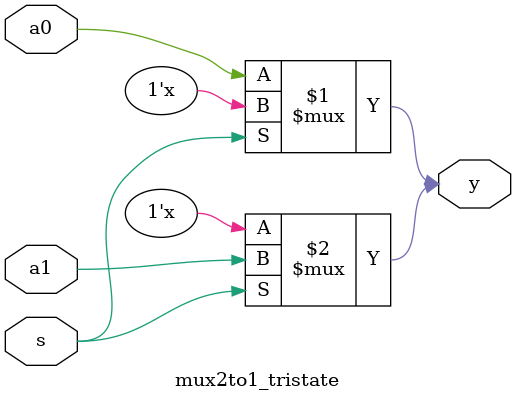
<source format=v>

`timescale 1ns / 1ps

module mux2to1_tristate(input a0,
                        input a1,
                        input s,
                        output y );
                        
    // BUFIF0(out, in, ct1) // BUFIF0 enables pass with Logic-0
    bufif0 b0(y, a0, s);
    
    // BUFIF1(out, in, ct1) // BUFIF1 enables pass with Logic-1
    bufif1 b1(y, a1, s);
                            
endmodule

</source>
